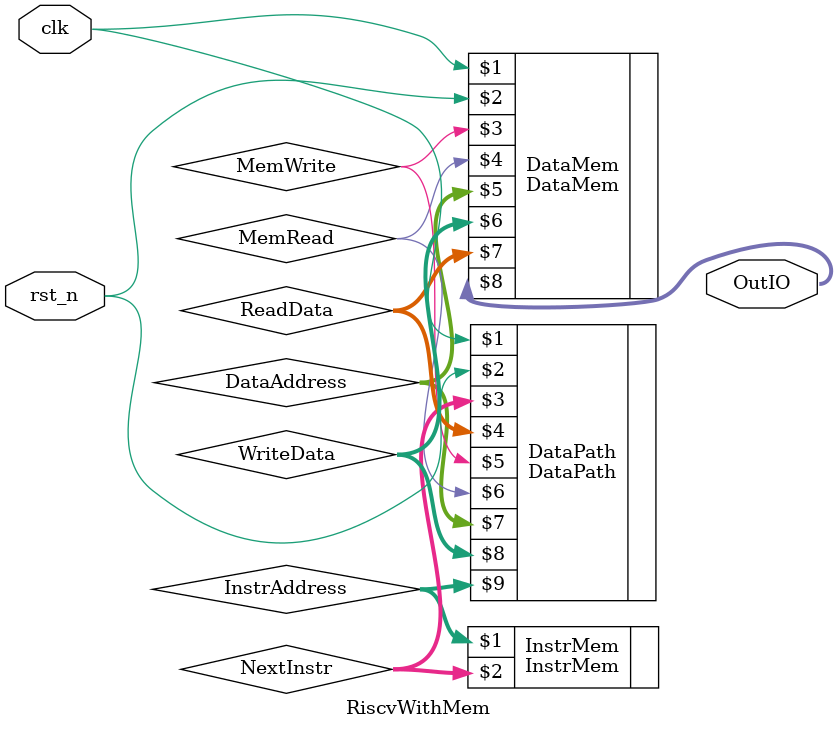
<source format=v>
module RiscvWithMem(
    input clk,
	input rst_n,
    output [31:0] OutIO
    );

    wire [7:0]InstrAddress;
    wire [31:0]NextInstr;

    wire MemWrite;
	wire MemRead;
	wire [7:0] DataAddress;
	wire [31:0] WriteData;
	wire [31:0] ReadData;


    DataPath DataPath(clk, rst_n, NextInstr, ReadData, MemWrite, MemRead, DataAddress, WriteData, InstrAddress);

    DataMem DataMem(clk, rst_n, MemWrite, MemRead, DataAddress, WriteData, ReadData, OutIO);

    InstrMem InstrMem(InstrAddress, NextInstr);
endmodule
</source>
